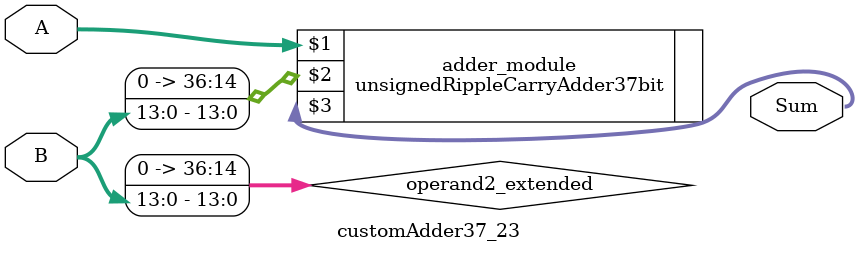
<source format=v>
module customAdder37_23(
                        input [36 : 0] A,
                        input [13 : 0] B,
                        
                        output [37 : 0] Sum
                );

        wire [36 : 0] operand2_extended;
        
        assign operand2_extended =  {23'b0, B};
        
        unsignedRippleCarryAdder37bit adder_module(
            A,
            operand2_extended,
            Sum
        );
        
        endmodule
        
</source>
